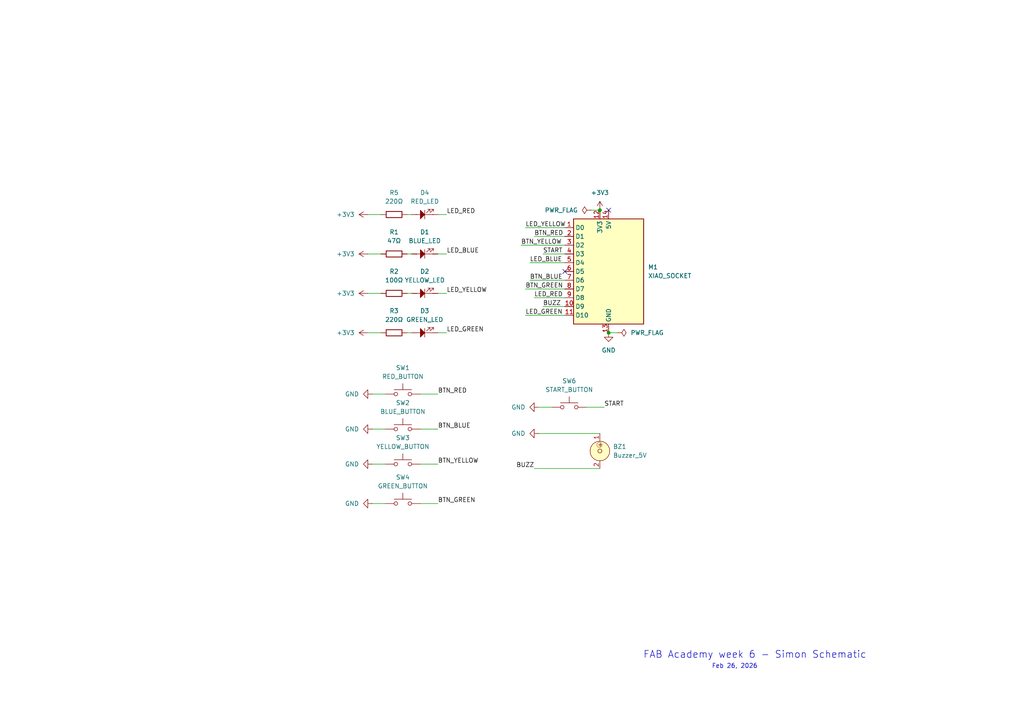
<source format=kicad_sch>
(kicad_sch (version 20250114) (generator "eeschema") (generator_version "9.0")
  (paper "A4")
  (lib_symbols
    (symbol "PCM_SL_Devices:Buzzer_5V"
      (property "Reference" "BZ" (at 0 7.62 0))
      (property "Value" "Buzzer_5V" (at 0 5.08 0))
      (symbol "Buzzer_5V_0_0"
        (circle (center -1.778 -0.127) (radius 0.7405) (stroke (width 0.07)))
        (text "+" (at -1.778 0 0) (effects (font (size 1.27 1.27))))
      )
      (symbol "Buzzer_5V_0_1"
        (circle (center 0 0) (radius 0.568))
        (circle (center 0 0) (radius 2.8398) (fill (type background)))
      )
      (symbol "Buzzer_5V_1_1"
        (pin passive line (at -5.08 0 0) (length 2.2) (name "") (number "1"))
        (pin passive line (at 5.08 0 180) (length 2.2) (name "") (number "2"))
      )
    )
    (symbol "PCM_SL_Devices:LED_5mm"
      (property "Reference" "D" (at -0.508 5.334 0))
      (property "Value" "LED_5mm" (at -0.508 2.794 0))
      (symbol "LED_5mm_0_1"
        (polyline (pts (xy -1.27 0) (xy -2.54 0)))
        (polyline (pts (xy 0 1.27) (xy 0 -1.27)))
        (polyline (pts (xy 0 0) (xy -1.27 -1.27) (xy -1.27 1.27) (xy 0 0) (xy 1.27 0)) (fill (type outline)))
        (polyline (pts (xy 0.508 0.508) (xy 1.524 1.524)))
        (polyline (pts (xy 1.27 0) (xy 2.54 0)))
        (polyline (pts (xy 1.524 1.524) (xy 0.889 1.524)))
        (polyline (pts (xy 1.524 1.524) (xy 1.524 0.889)))
        (polyline (pts (xy 1.524 0.508) (xy 2.54 1.524)))
        (polyline (pts (xy 2.54 1.524) (xy 1.905 1.524)))
        (polyline (pts (xy 2.54 1.524) (xy 2.54 0.889)))
      )
      (symbol "LED_5mm_1_1"
        (pin passive line (at -3.81 0 0) (length 1.5) (name "") (number "2"))
        (pin passive line (at 3.81 0 180) (length 1.5) (name "~") (number "1"))
      )
    )
    (symbol "PCM_SL_Devices:Resistor_0.5W"
      (property "Reference" "R" (at 0 5.08 0))
      (property "Value" "Resistor_0.5W" (at 0 2.54 0))
      (symbol "Resistor_0.5W_0_1"
        (rectangle (start -2.286 0.889) (end 2.286 -0.889) (stroke (width 0.24)))
      )
      (symbol "Resistor_0.5W_1_1"
        (pin passive line (at -3.81 0 0) (length 1.5) (name "") (number "1"))
        (pin passive line (at 3.81 0 180) (length 1.5) (name "~") (number "2"))
      )
    )
    (symbol "PCM_fab:Module_XIAO_Generic_SocketSMD"
      (property "Reference" "M" (at -10.16 16.51 0))
      (property "Value" "Module_XIAO_Generic_SocketSMD" (at 1.27 16.51 0))
      (symbol "Module_XIAO_Generic_SocketSMD_1_1"
        (rectangle (start -10.16 15.24) (end 10.16 -15.24) (stroke (width 0.254)) (fill (type background)))
        (pin bidirectional line (at -12.7 12.7 0) (length 2.54) (name "D0") (number "1"))
        (pin bidirectional line (at -12.7 10.16 0) (length 2.54) (name "D1") (number "2"))
        (pin bidirectional line (at -12.7 7.62 0) (length 2.54) (name "D2") (number "3"))
        (pin bidirectional line (at -12.7 5.08 0) (length 2.54) (name "D3") (number "4"))
        (pin bidirectional line (at -12.7 2.54 0) (length 2.54) (name "D4") (number "5"))
        (pin bidirectional line (at -12.7 0 0) (length 2.54) (name "D5") (number "6"))
        (pin bidirectional line (at -12.7 -2.54 0) (length 2.54) (name "D6") (number "7"))
        (pin bidirectional line (at -12.7 -5.08 0) (length 2.54) (name "D7") (number "8"))
        (pin bidirectional line (at -12.7 -7.62 0) (length 2.54) (name "D8") (number "9"))
        (pin bidirectional line (at -12.7 -10.16 0) (length 2.54) (name "D9") (number "10"))
        (pin bidirectional line (at -12.7 -12.7 0) (length 2.54) (name "D10") (number "11"))
        (pin power_in line (at -2.54 17.78 270) (length 2.54) (name "3V3") (number "12"))
        (pin power_in line (at 0 17.78 270) (length 2.54) (name "5V") (number "14"))
        (pin power_in line (at 0 -17.78 90) (length 2.54) (name "GND") (number "13"))
      )
    )
    (symbol "PCM_fab:PWR_FLAG" (power) (pin_numbers (hide yes)) (pin_names (offset 0) (hide yes))
      (property "Value" "PWR_FLAG" (at 0 3.81 0))
      (symbol "PWR_FLAG_0_1"
        (polyline (pts (xy 0 0) (xy 0 1.27) (xy -1.016 1.905) (xy 0 2.54) (xy 1.016 1.905) (xy 0 1.27)))
      )
      (symbol "PWR_FLAG_1_0"
        (pin power_out line (at 0 0 90) (length 0) (name "PWR_FLAG") (number "1"))
      )
    )
    (symbol "PCM_fab:Switch_Tactile_Omron" (pin_numbers (hide yes)) (pin_names (offset 1.016) (hide yes))
      (property "Reference" "SW" (at 1.27 2.54 0))
      (property "Value" "Switch_Tactile_Omron" (at 0 -1.524 0))
      (symbol "Switch_Tactile_Omron_0_1"
        (circle (center -2.032 0) (radius 0.508))
        (polyline (pts (xy 0 1.27) (xy 0 3.048)))
        (circle (center 2.032 0) (radius 0.508))
        (polyline (pts (xy 2.54 1.27) (xy -2.54 1.27)))
        (pin passive line (at -5.08 0 0) (length 2.54) (name "1") (number "1"))
        (pin passive line (at 5.08 0 180) (length 2.54) (name "2") (number "2"))
      )
    )
    (symbol "power:+3V3" (power) (pin_numbers (hide yes)) (pin_names (offset 0) (hide yes))
      (property "Value" "+3V3" (at 0 3.556 0))
      (symbol "+3V3_0_1"
        (polyline (pts (xy -0.762 1.27) (xy 0 2.54)))
        (polyline (pts (xy 0 2.54) (xy 0.762 1.27)))
        (polyline (pts (xy 0 0) (xy 0 2.54)))
      )
      (symbol "+3V3_1_1"
        (pin power_in line (at 0 0 90) (length 0) (name "~") (number "1"))
      )
    )
    (symbol "power:GND" (power) (pin_numbers (hide yes)) (pin_names (offset 0) (hide yes))
      (property "Value" "GND" (at 0 -3.81 0))
      (symbol "GND_0_1"
        (polyline (pts (xy 0 0) (xy 0 -1.27) (xy 1.27 -1.27) (xy 0 -2.54) (xy -1.27 -1.27) (xy 0 -1.27)))
      )
      (symbol "GND_1_1"
        (pin power_in line (at 0 0 270) (length 0) (name "~") (number "1"))
      )
    )
  )
  (text "Feb 26, 2026" (at 213.106 193.294 0) (effects (font (size 1.27 1.27))))
  (text "FAB Academy week 6 - Simon Schematic" (at 218.948 189.992 0) (effects (font (size 2.032 2.032))))
  (junction (at 176.53 96.52))
  (junction (at 173.99 60.96))
  (no_connect (at 163.83 78.74))
  (no_connect (at 176.53 60.96))
  (wire (pts (xy 127 73.66) (xy 129.54 73.66)))
  (wire (pts (xy 118.11 73.66) (xy 119.38 73.66)))
  (wire (pts (xy 152.4 66.04) (xy 163.83 66.04)))
  (wire (pts (xy 121.92 114.3) (xy 127 114.3)))
  (wire (pts (xy 118.11 62.23) (xy 119.38 62.23)))
  (wire (pts (xy 127 96.52) (xy 129.54 96.52)))
  (wire (pts (xy 154.94 68.58) (xy 163.83 68.58)))
  (wire (pts (xy 118.11 96.52) (xy 119.38 96.52)))
  (wire (pts (xy 107.95 124.46) (xy 111.76 124.46)))
  (wire (pts (xy 106.68 73.66) (xy 110.49 73.66)))
  (wire (pts (xy 107.95 134.62) (xy 111.76 134.62)))
  (wire (pts (xy 154.94 135.89) (xy 173.99 135.89)))
  (wire (pts (xy 127 85.09) (xy 129.54 85.09)))
  (wire (pts (xy 157.48 88.9) (xy 163.83 88.9)))
  (wire (pts (xy 153.67 76.2) (xy 163.83 76.2)))
  (wire (pts (xy 106.68 96.52) (xy 110.49 96.52)))
  (wire (pts (xy 153.67 81.28) (xy 163.83 81.28)))
  (wire (pts (xy 107.95 146.05) (xy 111.76 146.05)))
  (wire (pts (xy 170.18 118.11) (xy 175.26 118.11)))
  (wire (pts (xy 107.95 114.3) (xy 111.76 114.3)))
  (wire (pts (xy 179.07 96.52) (xy 176.53 96.52)))
  (wire (pts (xy 121.92 146.05) (xy 127 146.05)))
  (wire (pts (xy 152.4 91.44) (xy 163.83 91.44)))
  (wire (pts (xy 118.11 85.09) (xy 119.38 85.09)))
  (wire (pts (xy 157.48 73.66) (xy 163.83 73.66)))
  (wire (pts (xy 171.45 60.96) (xy 173.99 60.96)))
  (wire (pts (xy 121.92 124.46) (xy 127 124.46)))
  (wire (pts (xy 106.68 62.23) (xy 110.49 62.23)))
  (wire (pts (xy 154.94 86.36) (xy 163.83 86.36)))
  (wire (pts (xy 156.21 125.73) (xy 173.99 125.73)))
  (wire (pts (xy 152.4 83.82) (xy 163.83 83.82)))
  (wire (pts (xy 151.13 71.12) (xy 163.83 71.12)))
  (wire (pts (xy 106.68 85.09) (xy 110.49 85.09)))
  (wire (pts (xy 127 62.23) (xy 129.54 62.23)))
  (wire (pts (xy 156.21 118.11) (xy 160.02 118.11)))
  (wire (pts (xy 121.92 134.62) (xy 127 134.62)))
  (label "LED_BLUE" (at 129.54 73.66 0))
  (label "LED_YELLOW" (at 129.54 85.09 0))
  (label "BTN_RED" (at 127 114.3 0))
  (label "LED_YELLOW" (at 152.4 66.04 0))
  (label "BTN_YELLOW" (at 151.13 71.12 0))
  (label "LED_GREEN" (at 129.54 96.52 0))
  (label "LED_BLUE" (at 153.67 76.2 0))
  (label "BTN_GREEN" (at 127 146.05 0))
  (label "START" (at 175.26 118.11 0))
  (label "BUZZ" (at 157.48 88.9 0))
  (label "BTN_RED" (at 154.94 68.58 0))
  (label "LED_RED" (at 129.54 62.23 0))
  (label "LED_GREEN" (at 152.4 91.44 0))
  (label "BTN_BLUE" (at 153.67 81.28 0))
  (label "BUZZ" (at 154.94 135.89 180))
  (label "START" (at 157.48 73.66 0))
  (label "LED_RED" (at 154.94 86.36 0))
  (label "BTN_YELLOW" (at 127 134.62 0))
  (label "BTN_GREEN" (at 152.4 83.82 0))
  (label "BTN_BLUE" (at 127 124.46 0))
  (symbol (lib_id "PCM_fab:PWR_FLAG") (at 171.45 60.96 90) (unit 1)
    (property "Reference" "#FLG01" (effects (hide yes)))
    (property "Value" "PWR_FLAG" (at 167.64 60.9599 90) (effects (justify left)))
    (property "Description" "Special symbol for telling ERC where power comes from" (effects (hide yes)))
  )
  (symbol (lib_id "PCM_SL_Devices:Resistor_0.5W") (at 114.3 62.23 0) (unit 1)
    (property "Reference" "R5" (at 114.3 55.88 0))
    (property "Value" "220Ω" (at 114.3 58.42 0))
    (property "Footprint" "Resistor_THT:R_Axial_DIN0309_L9.0mm_D3.2mm_P15.24mm_Horizontal" (effects (hide yes)))
    (property "Description" "0.5W Resistor" (effects (hide yes)))
  )
  (symbol (lib_id "PCM_SL_Devices:LED_5mm") (at 123.19 73.66 0) (unit 1)
    (property "Reference" "D1" (at 123.19 67.31 0))
    (property "Value" "BLUE_LED" (at 123.19 69.85 0))
    (property "Footprint" "LED_THT:LED_D5.0mm" (effects (hide yes)))
    (property "Description" "Common 5mm diameter LED" (effects (hide yes)))
  )
  (symbol (lib_id "power:GND") (at 107.95 124.46 270) (unit 1)
    (property "Reference" "#PWR08" (effects (hide yes)))
    (property "Value" "GND" (at 104.14 124.4599 90) (effects (justify right)))
    (property "Description" "Power symbol creates a global label with name \"GND\" , ground" (effects (hide yes)))
  )
  (symbol (lib_id "PCM_fab:Switch_Tactile_Omron") (at 116.84 114.3 0) (unit 1)
    (property "Reference" "SW1" (at 116.84 106.68 0))
    (property "Value" "RED_BUTTON" (at 116.84 109.22 0))
    (property "Footprint" "PCM_fab:Button_Omron_B3SN_6.0x6.0mm" (effects (hide yes)))
    (property "Datasheet" "https://omronfs.omron.com/en_US/ecb/products/pdf/en-b3sn.pdf" (effects (hide yes)))
    (property "Description" "Push button switch, Omron, B3SN, Sealed Tactile Switch (SMT), SPST-NO Top Actuated Surface Mount" (effects (hide yes)))
  )
  (symbol (lib_id "PCM_fab:PWR_FLAG") (at 179.07 96.52 270) (unit 1)
    (property "Reference" "#FLG02" (effects (hide yes)))
    (property "Value" "PWR_FLAG" (at 182.88 96.5199 90) (effects (justify left)))
    (property "Description" "Special symbol for telling ERC where power comes from" (effects (hide yes)))
  )
  (symbol (lib_id "PCM_SL_Devices:LED_5mm") (at 123.19 62.23 0) (unit 1)
    (property "Reference" "D4" (at 123.19 55.88 0))
    (property "Value" "RED_LED" (at 123.19 58.42 0))
    (property "Footprint" "LED_THT:LED_D5.0mm" (effects (hide yes)))
    (property "Description" "Common 5mm diameter LED" (effects (hide yes)))
  )
  (symbol (lib_id "power:GND") (at 107.95 114.3 270) (unit 1)
    (property "Reference" "#PWR07" (effects (hide yes)))
    (property "Value" "GND" (at 104.14 114.2999 90) (effects (justify right)))
    (property "Description" "Power symbol creates a global label with name \"GND\" , ground" (effects (hide yes)))
  )
  (symbol (lib_id "PCM_fab:Switch_Tactile_Omron") (at 116.84 124.46 0) (unit 1)
    (property "Reference" "SW2" (at 116.84 116.84 0))
    (property "Value" "BLUE_BUTTON" (at 116.84 119.38 0))
    (property "Footprint" "PCM_fab:Button_Omron_B3SN_6.0x6.0mm" (effects (hide yes)))
    (property "Datasheet" "https://omronfs.omron.com/en_US/ecb/products/pdf/en-b3sn.pdf" (effects (hide yes)))
    (property "Description" "Push button switch, Omron, B3SN, Sealed Tactile Switch (SMT), SPST-NO Top Actuated Surface Mount" (effects (hide yes)))
  )
  (symbol (lib_id "power:GND") (at 176.53 96.52 0) (unit 1)
    (property "Reference" "#PWR02" (effects (hide yes)))
    (property "Value" "GND" (at 176.53 101.6 0))
    (property "Description" "Power symbol creates a global label with name \"GND\" , ground" (effects (hide yes)))
  )
  (symbol (lib_id "power:+3V3") (at 106.68 96.52 90) (unit 1)
    (property "Reference" "#PWR06" (effects (hide yes)))
    (property "Value" "+3V3" (at 102.87 96.5199 90) (effects (justify left)))
    (property "Description" "Power symbol creates a global label with name \"+3V3\"" (effects (hide yes)))
  )
  (symbol (lib_id "PCM_fab:Module_XIAO_Generic_SocketSMD") (at 176.53 78.74 0) (unit 1)
    (property "Reference" "M1" (at 187.96 77.4699 0) (effects (justify left)))
    (property "Value" "XIAO_SOCKET" (at 187.96 80.0099 0) (effects (justify left)))
    (property "Footprint" "PCM_fab:Module_XIAO_Generic_SocketSMD" (effects (hide yes)))
    (property "Datasheet" "https://wiki.seeedstudio.com/xiao_topic_page/" (effects (hide yes)))
    (property "Description" "The Seeed Studio XIAO series, named after the Chinese word for \"small,\" comprises tiny development boards based on various hardware platforms of ESP32, SAMD21, RP2040, nRF52840, RP2350 and RA4M1, MG24" (effects (hide yes)))
  )
  (symbol (lib_id "PCM_SL_Devices:Buzzer_5V") (at 173.99 130.81 270) (unit 1)
    (property "Reference" "BZ1" (at 177.8 129.5399 90) (effects (justify left)))
    (property "Value" "Buzzer_5V" (at 177.8 132.0799 90) (effects (justify left)))
    (property "Footprint" "Buzzer_Beeper:MagneticBuzzer_ProSignal_ABT-410-RC" (effects (hide yes)))
    (property "Description" "Buzzer 5V" (effects (hide yes)))
  )
  (symbol (lib_id "PCM_SL_Devices:Resistor_0.5W") (at 114.3 85.09 0) (unit 1)
    (property "Reference" "R2" (at 114.3 78.74 0))
    (property "Value" "100Ω" (at 114.3 81.28 0))
    (property "Footprint" "Resistor_THT:R_Axial_DIN0309_L9.0mm_D3.2mm_P15.24mm_Horizontal" (effects (hide yes)))
    (property "Description" "0.5W Resistor" (effects (hide yes)))
  )
  (symbol (lib_id "power:GND") (at 107.95 134.62 270) (unit 1)
    (property "Reference" "#PWR09" (effects (hide yes)))
    (property "Value" "GND" (at 104.14 134.6199 90) (effects (justify right)))
    (property "Description" "Power symbol creates a global label with name \"GND\" , ground" (effects (hide yes)))
  )
  (symbol (lib_id "PCM_fab:Switch_Tactile_Omron") (at 116.84 146.05 0) (unit 1)
    (property "Reference" "SW4" (at 116.84 138.43 0))
    (property "Value" "GREEN_BUTTON" (at 116.84 140.97 0))
    (property "Footprint" "PCM_fab:Button_Omron_B3SN_6.0x6.0mm" (effects (hide yes)))
    (property "Datasheet" "https://omronfs.omron.com/en_US/ecb/products/pdf/en-b3sn.pdf" (effects (hide yes)))
    (property "Description" "Push button switch, Omron, B3SN, Sealed Tactile Switch (SMT), SPST-NO Top Actuated Surface Mount" (effects (hide yes)))
  )
  (symbol (lib_id "PCM_SL_Devices:Resistor_0.5W") (at 114.3 73.66 0) (unit 1)
    (property "Reference" "R1" (at 114.3 67.31 0))
    (property "Value" "47Ω" (at 114.3 69.85 0))
    (property "Footprint" "Resistor_THT:R_Axial_DIN0309_L9.0mm_D3.2mm_P15.24mm_Horizontal" (effects (hide yes)))
    (property "Description" "0.5W Resistor" (effects (hide yes)))
  )
  (symbol (lib_id "power:+3V3") (at 106.68 62.23 90) (unit 1)
    (property "Reference" "#PWR03" (effects (hide yes)))
    (property "Value" "+3V3" (at 102.87 62.2299 90) (effects (justify left)))
    (property "Description" "Power symbol creates a global label with name \"+3V3\"" (effects (hide yes)))
  )
  (symbol (lib_id "PCM_fab:Switch_Tactile_Omron") (at 165.1 118.11 0) (unit 1)
    (property "Reference" "SW6" (at 165.1 110.49 0))
    (property "Value" "START_BUTTON" (at 165.1 113.03 0))
    (property "Footprint" "PCM_fab:Button_Omron_B3SN_6.0x6.0mm" (effects (hide yes)))
    (property "Datasheet" "https://omronfs.omron.com/en_US/ecb/products/pdf/en-b3sn.pdf" (effects (hide yes)))
    (property "Description" "Push button switch, Omron, B3SN, Sealed Tactile Switch (SMT), SPST-NO Top Actuated Surface Mount" (effects (hide yes)))
  )
  (symbol (lib_id "power:GND") (at 156.21 125.73 270) (unit 1)
    (property "Reference" "#PWR012" (effects (hide yes)))
    (property "Value" "GND" (at 152.4 125.7299 90) (effects (justify right)))
    (property "Description" "Power symbol creates a global label with name \"GND\" , ground" (effects (hide yes)))
  )
  (symbol (lib_id "power:GND") (at 107.95 146.05 270) (unit 1)
    (property "Reference" "#PWR010" (effects (hide yes)))
    (property "Value" "GND" (at 104.14 146.0499 90) (effects (justify right)))
    (property "Description" "Power symbol creates a global label with name \"GND\" , ground" (effects (hide yes)))
  )
  (symbol (lib_id "PCM_SL_Devices:LED_5mm") (at 123.19 85.09 0) (unit 1)
    (property "Reference" "D2" (at 123.19 78.74 0))
    (property "Value" "YELLOW_LED" (at 123.19 81.28 0))
    (property "Footprint" "LED_THT:LED_D5.0mm" (effects (hide yes)))
    (property "Description" "Common 5mm diameter LED" (effects (hide yes)))
  )
  (symbol (lib_id "power:GND") (at 156.21 118.11 270) (unit 1)
    (property "Reference" "#PWR011" (effects (hide yes)))
    (property "Value" "GND" (at 152.4 118.1099 90) (effects (justify right)))
    (property "Description" "Power symbol creates a global label with name \"GND\" , ground" (effects (hide yes)))
  )
  (symbol (lib_id "PCM_fab:Switch_Tactile_Omron") (at 116.84 134.62 0) (unit 1)
    (property "Reference" "SW3" (at 116.84 127 0))
    (property "Value" "YELLOW_BUTTON" (at 116.84 129.54 0))
    (property "Footprint" "PCM_fab:Button_Omron_B3SN_6.0x6.0mm" (effects (hide yes)))
    (property "Datasheet" "https://omronfs.omron.com/en_US/ecb/products/pdf/en-b3sn.pdf" (effects (hide yes)))
    (property "Description" "Push button switch, Omron, B3SN, Sealed Tactile Switch (SMT), SPST-NO Top Actuated Surface Mount" (effects (hide yes)))
  )
  (symbol (lib_id "PCM_SL_Devices:Resistor_0.5W") (at 114.3 96.52 0) (unit 1)
    (property "Reference" "R3" (at 114.3 90.17 0))
    (property "Value" "220Ω" (at 114.3 92.71 0))
    (property "Footprint" "Resistor_THT:R_Axial_DIN0309_L9.0mm_D3.2mm_P15.24mm_Horizontal" (effects (hide yes)))
    (property "Description" "0.5W Resistor" (effects (hide yes)))
  )
  (symbol (lib_id "power:+3V3") (at 106.68 73.66 90) (unit 1)
    (property "Reference" "#PWR04" (effects (hide yes)))
    (property "Value" "+3V3" (at 102.87 73.6599 90) (effects (justify left)))
    (property "Description" "Power symbol creates a global label with name \"+3V3\"" (effects (hide yes)))
  )
  (symbol (lib_id "PCM_SL_Devices:LED_5mm") (at 123.19 96.52 0) (unit 1)
    (property "Reference" "D3" (at 123.19 90.17 0))
    (property "Value" "GREEN_LED" (at 123.19 92.71 0))
    (property "Footprint" "LED_THT:LED_D5.0mm" (effects (hide yes)))
    (property "Description" "Common 5mm diameter LED" (effects (hide yes)))
  )
  (symbol (lib_id "power:+3V3") (at 106.68 85.09 90) (unit 1)
    (property "Reference" "#PWR05" (effects (hide yes)))
    (property "Value" "+3V3" (at 102.87 85.0899 90) (effects (justify left)))
    (property "Description" "Power symbol creates a global label with name \"+3V3\"" (effects (hide yes)))
  )
  (symbol (lib_id "power:+3V3") (at 173.99 60.96 0) (unit 1)
    (property "Reference" "#PWR01" (effects (hide yes)))
    (property "Value" "+3V3" (at 173.99 55.88 0))
    (property "Description" "Power symbol creates a global label with name \"+3V3\"" (effects (hide yes)))
  )
)
</source>
